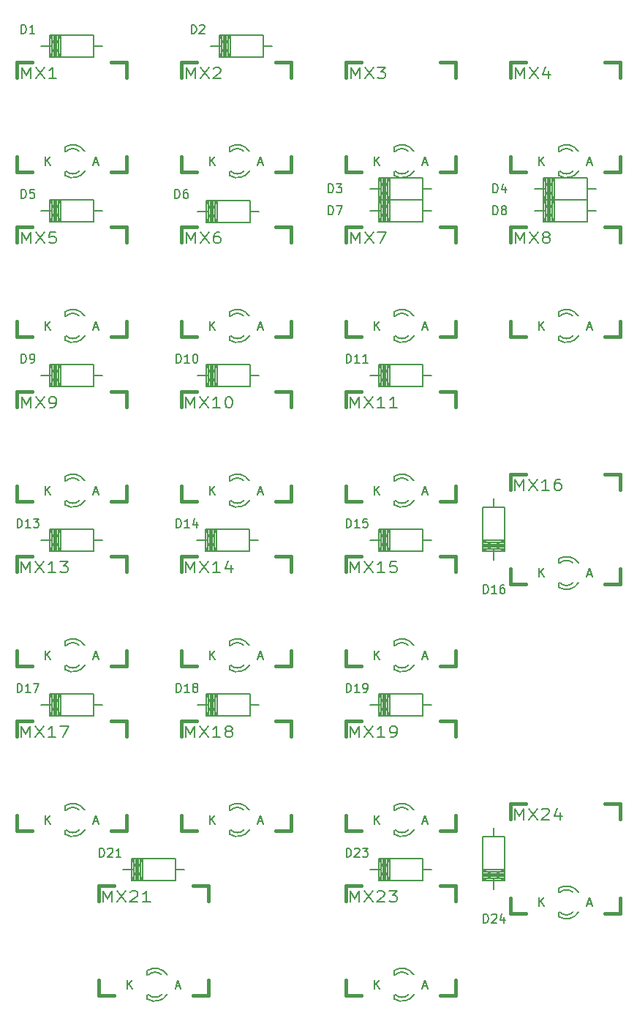
<source format=gto>
G04 #@! TF.FileFunction,Legend,Top*
%FSLAX46Y46*%
G04 Gerber Fmt 4.6, Leading zero omitted, Abs format (unit mm)*
G04 Created by KiCad (PCBNEW 4.0.2-stable) date Tuesday, March 29, 2016 'PMt' 06:01:04 PM*
%MOMM*%
G01*
G04 APERTURE LIST*
%ADD10C,0.100000*%
%ADD11C,0.150000*%
%ADD12C,0.381000*%
%ADD13C,0.203200*%
G04 APERTURE END LIST*
D10*
D11*
X61860000Y-24107460D02*
X62876000Y-24107460D01*
X57034000Y-24107460D02*
X55764000Y-24107460D01*
X57288000Y-22837460D02*
X57288000Y-25377460D01*
X57542000Y-22837460D02*
X57542000Y-25377460D01*
X57796000Y-22837460D02*
X57796000Y-25377460D01*
X57034000Y-22837460D02*
X57034000Y-25377460D01*
X58050000Y-22837460D02*
X56780000Y-25377460D01*
X56780000Y-22837460D02*
X58050000Y-25377460D01*
X58050000Y-22837460D02*
X58050000Y-25377460D01*
X57415000Y-22837460D02*
X57415000Y-25377460D01*
X56780000Y-25377460D02*
X56780000Y-22837460D01*
X56780000Y-22837460D02*
X61860000Y-22837460D01*
X61860000Y-22837460D02*
X61860000Y-25377460D01*
X61860000Y-25377460D02*
X56780000Y-25377460D01*
X81545000Y-24107460D02*
X82561000Y-24107460D01*
X76719000Y-24107460D02*
X75449000Y-24107460D01*
X76973000Y-22837460D02*
X76973000Y-25377460D01*
X77227000Y-22837460D02*
X77227000Y-25377460D01*
X77481000Y-22837460D02*
X77481000Y-25377460D01*
X76719000Y-22837460D02*
X76719000Y-25377460D01*
X77735000Y-22837460D02*
X76465000Y-25377460D01*
X76465000Y-22837460D02*
X77735000Y-25377460D01*
X77735000Y-22837460D02*
X77735000Y-25377460D01*
X77100000Y-22837460D02*
X77100000Y-25377460D01*
X76465000Y-25377460D02*
X76465000Y-22837460D01*
X76465000Y-22837460D02*
X81545000Y-22837460D01*
X81545000Y-22837460D02*
X81545000Y-25377460D01*
X81545000Y-25377460D02*
X76465000Y-25377460D01*
X99960000Y-40617460D02*
X100976000Y-40617460D01*
X95134000Y-40617460D02*
X93864000Y-40617460D01*
X95388000Y-39347460D02*
X95388000Y-41887460D01*
X95642000Y-39347460D02*
X95642000Y-41887460D01*
X95896000Y-39347460D02*
X95896000Y-41887460D01*
X95134000Y-39347460D02*
X95134000Y-41887460D01*
X96150000Y-39347460D02*
X94880000Y-41887460D01*
X94880000Y-39347460D02*
X96150000Y-41887460D01*
X96150000Y-39347460D02*
X96150000Y-41887460D01*
X95515000Y-39347460D02*
X95515000Y-41887460D01*
X94880000Y-41887460D02*
X94880000Y-39347460D01*
X94880000Y-39347460D02*
X99960000Y-39347460D01*
X99960000Y-39347460D02*
X99960000Y-41887460D01*
X99960000Y-41887460D02*
X94880000Y-41887460D01*
X119010000Y-40617460D02*
X120026000Y-40617460D01*
X114184000Y-40617460D02*
X112914000Y-40617460D01*
X114438000Y-39347460D02*
X114438000Y-41887460D01*
X114692000Y-39347460D02*
X114692000Y-41887460D01*
X114946000Y-39347460D02*
X114946000Y-41887460D01*
X114184000Y-39347460D02*
X114184000Y-41887460D01*
X115200000Y-39347460D02*
X113930000Y-41887460D01*
X113930000Y-39347460D02*
X115200000Y-41887460D01*
X115200000Y-39347460D02*
X115200000Y-41887460D01*
X114565000Y-39347460D02*
X114565000Y-41887460D01*
X113930000Y-41887460D02*
X113930000Y-39347460D01*
X113930000Y-39347460D02*
X119010000Y-39347460D01*
X119010000Y-39347460D02*
X119010000Y-41887460D01*
X119010000Y-41887460D02*
X113930000Y-41887460D01*
X61860000Y-43157460D02*
X62876000Y-43157460D01*
X57034000Y-43157460D02*
X55764000Y-43157460D01*
X57288000Y-41887460D02*
X57288000Y-44427460D01*
X57542000Y-41887460D02*
X57542000Y-44427460D01*
X57796000Y-41887460D02*
X57796000Y-44427460D01*
X57034000Y-41887460D02*
X57034000Y-44427460D01*
X58050000Y-41887460D02*
X56780000Y-44427460D01*
X56780000Y-41887460D02*
X58050000Y-44427460D01*
X58050000Y-41887460D02*
X58050000Y-44427460D01*
X57415000Y-41887460D02*
X57415000Y-44427460D01*
X56780000Y-44427460D02*
X56780000Y-41887460D01*
X56780000Y-41887460D02*
X61860000Y-41887460D01*
X61860000Y-41887460D02*
X61860000Y-44427460D01*
X61860000Y-44427460D02*
X56780000Y-44427460D01*
X80021000Y-43284460D02*
X81037000Y-43284460D01*
X75195000Y-43284460D02*
X73925000Y-43284460D01*
X75449000Y-42014460D02*
X75449000Y-44554460D01*
X75703000Y-42014460D02*
X75703000Y-44554460D01*
X75957000Y-42014460D02*
X75957000Y-44554460D01*
X75195000Y-42014460D02*
X75195000Y-44554460D01*
X76211000Y-42014460D02*
X74941000Y-44554460D01*
X74941000Y-42014460D02*
X76211000Y-44554460D01*
X76211000Y-42014460D02*
X76211000Y-44554460D01*
X75576000Y-42014460D02*
X75576000Y-44554460D01*
X74941000Y-44554460D02*
X74941000Y-42014460D01*
X74941000Y-42014460D02*
X80021000Y-42014460D01*
X80021000Y-42014460D02*
X80021000Y-44554460D01*
X80021000Y-44554460D02*
X74941000Y-44554460D01*
X99960000Y-43157460D02*
X100976000Y-43157460D01*
X95134000Y-43157460D02*
X93864000Y-43157460D01*
X95388000Y-41887460D02*
X95388000Y-44427460D01*
X95642000Y-41887460D02*
X95642000Y-44427460D01*
X95896000Y-41887460D02*
X95896000Y-44427460D01*
X95134000Y-41887460D02*
X95134000Y-44427460D01*
X96150000Y-41887460D02*
X94880000Y-44427460D01*
X94880000Y-41887460D02*
X96150000Y-44427460D01*
X96150000Y-41887460D02*
X96150000Y-44427460D01*
X95515000Y-41887460D02*
X95515000Y-44427460D01*
X94880000Y-44427460D02*
X94880000Y-41887460D01*
X94880000Y-41887460D02*
X99960000Y-41887460D01*
X99960000Y-41887460D02*
X99960000Y-44427460D01*
X99960000Y-44427460D02*
X94880000Y-44427460D01*
X119010000Y-43157460D02*
X120026000Y-43157460D01*
X114184000Y-43157460D02*
X112914000Y-43157460D01*
X114438000Y-41887460D02*
X114438000Y-44427460D01*
X114692000Y-41887460D02*
X114692000Y-44427460D01*
X114946000Y-41887460D02*
X114946000Y-44427460D01*
X114184000Y-41887460D02*
X114184000Y-44427460D01*
X115200000Y-41887460D02*
X113930000Y-44427460D01*
X113930000Y-41887460D02*
X115200000Y-44427460D01*
X115200000Y-41887460D02*
X115200000Y-44427460D01*
X114565000Y-41887460D02*
X114565000Y-44427460D01*
X113930000Y-44427460D02*
X113930000Y-41887460D01*
X113930000Y-41887460D02*
X119010000Y-41887460D01*
X119010000Y-41887460D02*
X119010000Y-44427460D01*
X119010000Y-44427460D02*
X113930000Y-44427460D01*
X61860000Y-62207460D02*
X62876000Y-62207460D01*
X57034000Y-62207460D02*
X55764000Y-62207460D01*
X57288000Y-60937460D02*
X57288000Y-63477460D01*
X57542000Y-60937460D02*
X57542000Y-63477460D01*
X57796000Y-60937460D02*
X57796000Y-63477460D01*
X57034000Y-60937460D02*
X57034000Y-63477460D01*
X58050000Y-60937460D02*
X56780000Y-63477460D01*
X56780000Y-60937460D02*
X58050000Y-63477460D01*
X58050000Y-60937460D02*
X58050000Y-63477460D01*
X57415000Y-60937460D02*
X57415000Y-63477460D01*
X56780000Y-63477460D02*
X56780000Y-60937460D01*
X56780000Y-60937460D02*
X61860000Y-60937460D01*
X61860000Y-60937460D02*
X61860000Y-63477460D01*
X61860000Y-63477460D02*
X56780000Y-63477460D01*
X80021000Y-62207460D02*
X81037000Y-62207460D01*
X75195000Y-62207460D02*
X73925000Y-62207460D01*
X75449000Y-60937460D02*
X75449000Y-63477460D01*
X75703000Y-60937460D02*
X75703000Y-63477460D01*
X75957000Y-60937460D02*
X75957000Y-63477460D01*
X75195000Y-60937460D02*
X75195000Y-63477460D01*
X76211000Y-60937460D02*
X74941000Y-63477460D01*
X74941000Y-60937460D02*
X76211000Y-63477460D01*
X76211000Y-60937460D02*
X76211000Y-63477460D01*
X75576000Y-60937460D02*
X75576000Y-63477460D01*
X74941000Y-63477460D02*
X74941000Y-60937460D01*
X74941000Y-60937460D02*
X80021000Y-60937460D01*
X80021000Y-60937460D02*
X80021000Y-63477460D01*
X80021000Y-63477460D02*
X74941000Y-63477460D01*
X99960000Y-62207460D02*
X100976000Y-62207460D01*
X95134000Y-62207460D02*
X93864000Y-62207460D01*
X95388000Y-60937460D02*
X95388000Y-63477460D01*
X95642000Y-60937460D02*
X95642000Y-63477460D01*
X95896000Y-60937460D02*
X95896000Y-63477460D01*
X95134000Y-60937460D02*
X95134000Y-63477460D01*
X96150000Y-60937460D02*
X94880000Y-63477460D01*
X94880000Y-60937460D02*
X96150000Y-63477460D01*
X96150000Y-60937460D02*
X96150000Y-63477460D01*
X95515000Y-60937460D02*
X95515000Y-63477460D01*
X94880000Y-63477460D02*
X94880000Y-60937460D01*
X94880000Y-60937460D02*
X99960000Y-60937460D01*
X99960000Y-60937460D02*
X99960000Y-63477460D01*
X99960000Y-63477460D02*
X94880000Y-63477460D01*
X61860000Y-81257460D02*
X62876000Y-81257460D01*
X57034000Y-81257460D02*
X55764000Y-81257460D01*
X57288000Y-79987460D02*
X57288000Y-82527460D01*
X57542000Y-79987460D02*
X57542000Y-82527460D01*
X57796000Y-79987460D02*
X57796000Y-82527460D01*
X57034000Y-79987460D02*
X57034000Y-82527460D01*
X58050000Y-79987460D02*
X56780000Y-82527460D01*
X56780000Y-79987460D02*
X58050000Y-82527460D01*
X58050000Y-79987460D02*
X58050000Y-82527460D01*
X57415000Y-79987460D02*
X57415000Y-82527460D01*
X56780000Y-82527460D02*
X56780000Y-79987460D01*
X56780000Y-79987460D02*
X61860000Y-79987460D01*
X61860000Y-79987460D02*
X61860000Y-82527460D01*
X61860000Y-82527460D02*
X56780000Y-82527460D01*
X79894000Y-81257460D02*
X80910000Y-81257460D01*
X75068000Y-81257460D02*
X73798000Y-81257460D01*
X75322000Y-79987460D02*
X75322000Y-82527460D01*
X75576000Y-79987460D02*
X75576000Y-82527460D01*
X75830000Y-79987460D02*
X75830000Y-82527460D01*
X75068000Y-79987460D02*
X75068000Y-82527460D01*
X76084000Y-79987460D02*
X74814000Y-82527460D01*
X74814000Y-79987460D02*
X76084000Y-82527460D01*
X76084000Y-79987460D02*
X76084000Y-82527460D01*
X75449000Y-79987460D02*
X75449000Y-82527460D01*
X74814000Y-82527460D02*
X74814000Y-79987460D01*
X74814000Y-79987460D02*
X79894000Y-79987460D01*
X79894000Y-79987460D02*
X79894000Y-82527460D01*
X79894000Y-82527460D02*
X74814000Y-82527460D01*
X99960000Y-81257460D02*
X100976000Y-81257460D01*
X95134000Y-81257460D02*
X93864000Y-81257460D01*
X95388000Y-79987460D02*
X95388000Y-82527460D01*
X95642000Y-79987460D02*
X95642000Y-82527460D01*
X95896000Y-79987460D02*
X95896000Y-82527460D01*
X95134000Y-79987460D02*
X95134000Y-82527460D01*
X96150000Y-79987460D02*
X94880000Y-82527460D01*
X94880000Y-79987460D02*
X96150000Y-82527460D01*
X96150000Y-79987460D02*
X96150000Y-82527460D01*
X95515000Y-79987460D02*
X95515000Y-82527460D01*
X94880000Y-82527460D02*
X94880000Y-79987460D01*
X94880000Y-79987460D02*
X99960000Y-79987460D01*
X99960000Y-79987460D02*
X99960000Y-82527460D01*
X99960000Y-82527460D02*
X94880000Y-82527460D01*
X108212460Y-77450000D02*
X108212460Y-76434000D01*
X108212460Y-82276000D02*
X108212460Y-83546000D01*
X106942460Y-82022000D02*
X109482460Y-82022000D01*
X106942460Y-81768000D02*
X109482460Y-81768000D01*
X106942460Y-81514000D02*
X109482460Y-81514000D01*
X106942460Y-82276000D02*
X109482460Y-82276000D01*
X106942460Y-81260000D02*
X109482460Y-82530000D01*
X106942460Y-82530000D02*
X109482460Y-81260000D01*
X106942460Y-81260000D02*
X109482460Y-81260000D01*
X106942460Y-81895000D02*
X109482460Y-81895000D01*
X109482460Y-82530000D02*
X106942460Y-82530000D01*
X106942460Y-82530000D02*
X106942460Y-77450000D01*
X106942460Y-77450000D02*
X109482460Y-77450000D01*
X109482460Y-77450000D02*
X109482460Y-82530000D01*
X61860000Y-100307460D02*
X62876000Y-100307460D01*
X57034000Y-100307460D02*
X55764000Y-100307460D01*
X57288000Y-99037460D02*
X57288000Y-101577460D01*
X57542000Y-99037460D02*
X57542000Y-101577460D01*
X57796000Y-99037460D02*
X57796000Y-101577460D01*
X57034000Y-99037460D02*
X57034000Y-101577460D01*
X58050000Y-99037460D02*
X56780000Y-101577460D01*
X56780000Y-99037460D02*
X58050000Y-101577460D01*
X58050000Y-99037460D02*
X58050000Y-101577460D01*
X57415000Y-99037460D02*
X57415000Y-101577460D01*
X56780000Y-101577460D02*
X56780000Y-99037460D01*
X56780000Y-99037460D02*
X61860000Y-99037460D01*
X61860000Y-99037460D02*
X61860000Y-101577460D01*
X61860000Y-101577460D02*
X56780000Y-101577460D01*
X80021000Y-100307460D02*
X81037000Y-100307460D01*
X75195000Y-100307460D02*
X73925000Y-100307460D01*
X75449000Y-99037460D02*
X75449000Y-101577460D01*
X75703000Y-99037460D02*
X75703000Y-101577460D01*
X75957000Y-99037460D02*
X75957000Y-101577460D01*
X75195000Y-99037460D02*
X75195000Y-101577460D01*
X76211000Y-99037460D02*
X74941000Y-101577460D01*
X74941000Y-99037460D02*
X76211000Y-101577460D01*
X76211000Y-99037460D02*
X76211000Y-101577460D01*
X75576000Y-99037460D02*
X75576000Y-101577460D01*
X74941000Y-101577460D02*
X74941000Y-99037460D01*
X74941000Y-99037460D02*
X80021000Y-99037460D01*
X80021000Y-99037460D02*
X80021000Y-101577460D01*
X80021000Y-101577460D02*
X74941000Y-101577460D01*
X99960000Y-100307460D02*
X100976000Y-100307460D01*
X95134000Y-100307460D02*
X93864000Y-100307460D01*
X95388000Y-99037460D02*
X95388000Y-101577460D01*
X95642000Y-99037460D02*
X95642000Y-101577460D01*
X95896000Y-99037460D02*
X95896000Y-101577460D01*
X95134000Y-99037460D02*
X95134000Y-101577460D01*
X96150000Y-99037460D02*
X94880000Y-101577460D01*
X94880000Y-99037460D02*
X96150000Y-101577460D01*
X96150000Y-99037460D02*
X96150000Y-101577460D01*
X95515000Y-99037460D02*
X95515000Y-101577460D01*
X94880000Y-101577460D02*
X94880000Y-99037460D01*
X94880000Y-99037460D02*
X99960000Y-99037460D01*
X99960000Y-99037460D02*
X99960000Y-101577460D01*
X99960000Y-101577460D02*
X94880000Y-101577460D01*
X71385000Y-119357460D02*
X72401000Y-119357460D01*
X66559000Y-119357460D02*
X65289000Y-119357460D01*
X66813000Y-118087460D02*
X66813000Y-120627460D01*
X67067000Y-118087460D02*
X67067000Y-120627460D01*
X67321000Y-118087460D02*
X67321000Y-120627460D01*
X66559000Y-118087460D02*
X66559000Y-120627460D01*
X67575000Y-118087460D02*
X66305000Y-120627460D01*
X66305000Y-118087460D02*
X67575000Y-120627460D01*
X67575000Y-118087460D02*
X67575000Y-120627460D01*
X66940000Y-118087460D02*
X66940000Y-120627460D01*
X66305000Y-120627460D02*
X66305000Y-118087460D01*
X66305000Y-118087460D02*
X71385000Y-118087460D01*
X71385000Y-118087460D02*
X71385000Y-120627460D01*
X71385000Y-120627460D02*
X66305000Y-120627460D01*
X99960000Y-119357460D02*
X100976000Y-119357460D01*
X95134000Y-119357460D02*
X93864000Y-119357460D01*
X95388000Y-118087460D02*
X95388000Y-120627460D01*
X95642000Y-118087460D02*
X95642000Y-120627460D01*
X95896000Y-118087460D02*
X95896000Y-120627460D01*
X95134000Y-118087460D02*
X95134000Y-120627460D01*
X96150000Y-118087460D02*
X94880000Y-120627460D01*
X94880000Y-118087460D02*
X96150000Y-120627460D01*
X96150000Y-118087460D02*
X96150000Y-120627460D01*
X95515000Y-118087460D02*
X95515000Y-120627460D01*
X94880000Y-120627460D02*
X94880000Y-118087460D01*
X94880000Y-118087460D02*
X99960000Y-118087460D01*
X99960000Y-118087460D02*
X99960000Y-120627460D01*
X99960000Y-120627460D02*
X94880000Y-120627460D01*
X108212460Y-115550000D02*
X108212460Y-114534000D01*
X108212460Y-120376000D02*
X108212460Y-121646000D01*
X106942460Y-120122000D02*
X109482460Y-120122000D01*
X106942460Y-119868000D02*
X109482460Y-119868000D01*
X106942460Y-119614000D02*
X109482460Y-119614000D01*
X106942460Y-120376000D02*
X109482460Y-120376000D01*
X106942460Y-119360000D02*
X109482460Y-120630000D01*
X106942460Y-120630000D02*
X109482460Y-119360000D01*
X106942460Y-119360000D02*
X109482460Y-119360000D01*
X106942460Y-119995000D02*
X109482460Y-119995000D01*
X109482460Y-120630000D02*
X106942460Y-120630000D01*
X106942460Y-120630000D02*
X106942460Y-115550000D01*
X106942460Y-115550000D02*
X109482460Y-115550000D01*
X109482460Y-115550000D02*
X109482460Y-120630000D01*
X115708000Y-124821000D02*
X115708000Y-124440000D01*
X115708000Y-124440000D02*
X115708000Y-124313000D01*
X115708000Y-121519000D02*
X115708000Y-122027000D01*
X115708000Y-124821000D02*
G75*
G03X117994000Y-124313000I889000J1397000D01*
G01*
X117994000Y-122027000D02*
G75*
G03X115708000Y-121519000I-1397000J-889000D01*
G01*
X115835000Y-124313000D02*
G75*
G03X117359000Y-124313000I762000J762000D01*
G01*
X117359000Y-122027000D02*
G75*
G03X115835000Y-122027000I-762000J-762000D01*
G01*
D12*
X110120000Y-111740000D02*
X111898000Y-111740000D01*
X121042000Y-111740000D02*
X122820000Y-111740000D01*
X122820000Y-111740000D02*
X122820000Y-113518000D01*
X122820000Y-122662000D02*
X122820000Y-124440000D01*
X122820000Y-124440000D02*
X121042000Y-124440000D01*
X111898000Y-124440000D02*
X110120000Y-124440000D01*
X110120000Y-124440000D02*
X110120000Y-122662000D01*
X110120000Y-113518000D02*
X110120000Y-111740000D01*
D11*
X115708000Y-86721000D02*
X115708000Y-86340000D01*
X115708000Y-86340000D02*
X115708000Y-86213000D01*
X115708000Y-83419000D02*
X115708000Y-83927000D01*
X115708000Y-86721000D02*
G75*
G03X117994000Y-86213000I889000J1397000D01*
G01*
X117994000Y-83927000D02*
G75*
G03X115708000Y-83419000I-1397000J-889000D01*
G01*
X115835000Y-86213000D02*
G75*
G03X117359000Y-86213000I762000J762000D01*
G01*
X117359000Y-83927000D02*
G75*
G03X115835000Y-83927000I-762000J-762000D01*
G01*
D12*
X110120000Y-73640000D02*
X111898000Y-73640000D01*
X121042000Y-73640000D02*
X122820000Y-73640000D01*
X122820000Y-73640000D02*
X122820000Y-75418000D01*
X122820000Y-84562000D02*
X122820000Y-86340000D01*
X122820000Y-86340000D02*
X121042000Y-86340000D01*
X111898000Y-86340000D02*
X110120000Y-86340000D01*
X110120000Y-86340000D02*
X110120000Y-84562000D01*
X110120000Y-75418000D02*
X110120000Y-73640000D01*
D11*
X96658000Y-115296000D02*
X96658000Y-114915000D01*
X96658000Y-114915000D02*
X96658000Y-114788000D01*
X96658000Y-111994000D02*
X96658000Y-112502000D01*
X96658000Y-115296000D02*
G75*
G03X98944000Y-114788000I889000J1397000D01*
G01*
X98944000Y-112502000D02*
G75*
G03X96658000Y-111994000I-1397000J-889000D01*
G01*
X96785000Y-114788000D02*
G75*
G03X98309000Y-114788000I762000J762000D01*
G01*
X98309000Y-112502000D02*
G75*
G03X96785000Y-112502000I-762000J-762000D01*
G01*
D12*
X91070000Y-102215000D02*
X92848000Y-102215000D01*
X101992000Y-102215000D02*
X103770000Y-102215000D01*
X103770000Y-102215000D02*
X103770000Y-103993000D01*
X103770000Y-113137000D02*
X103770000Y-114915000D01*
X103770000Y-114915000D02*
X101992000Y-114915000D01*
X92848000Y-114915000D02*
X91070000Y-114915000D01*
X91070000Y-114915000D02*
X91070000Y-113137000D01*
X91070000Y-103993000D02*
X91070000Y-102215000D01*
D11*
X96658000Y-134346000D02*
X96658000Y-133965000D01*
X96658000Y-133965000D02*
X96658000Y-133838000D01*
X96658000Y-131044000D02*
X96658000Y-131552000D01*
X96658000Y-134346000D02*
G75*
G03X98944000Y-133838000I889000J1397000D01*
G01*
X98944000Y-131552000D02*
G75*
G03X96658000Y-131044000I-1397000J-889000D01*
G01*
X96785000Y-133838000D02*
G75*
G03X98309000Y-133838000I762000J762000D01*
G01*
X98309000Y-131552000D02*
G75*
G03X96785000Y-131552000I-762000J-762000D01*
G01*
D12*
X91070000Y-121265000D02*
X92848000Y-121265000D01*
X101992000Y-121265000D02*
X103770000Y-121265000D01*
X103770000Y-121265000D02*
X103770000Y-123043000D01*
X103770000Y-132187000D02*
X103770000Y-133965000D01*
X103770000Y-133965000D02*
X101992000Y-133965000D01*
X92848000Y-133965000D02*
X91070000Y-133965000D01*
X91070000Y-133965000D02*
X91070000Y-132187000D01*
X91070000Y-123043000D02*
X91070000Y-121265000D01*
D11*
X77608000Y-115296000D02*
X77608000Y-114915000D01*
X77608000Y-114915000D02*
X77608000Y-114788000D01*
X77608000Y-111994000D02*
X77608000Y-112502000D01*
X77608000Y-115296000D02*
G75*
G03X79894000Y-114788000I889000J1397000D01*
G01*
X79894000Y-112502000D02*
G75*
G03X77608000Y-111994000I-1397000J-889000D01*
G01*
X77735000Y-114788000D02*
G75*
G03X79259000Y-114788000I762000J762000D01*
G01*
X79259000Y-112502000D02*
G75*
G03X77735000Y-112502000I-762000J-762000D01*
G01*
D12*
X72020000Y-102215000D02*
X73798000Y-102215000D01*
X82942000Y-102215000D02*
X84720000Y-102215000D01*
X84720000Y-102215000D02*
X84720000Y-103993000D01*
X84720000Y-113137000D02*
X84720000Y-114915000D01*
X84720000Y-114915000D02*
X82942000Y-114915000D01*
X73798000Y-114915000D02*
X72020000Y-114915000D01*
X72020000Y-114915000D02*
X72020000Y-113137000D01*
X72020000Y-103993000D02*
X72020000Y-102215000D01*
D11*
X58558000Y-115296000D02*
X58558000Y-114915000D01*
X58558000Y-114915000D02*
X58558000Y-114788000D01*
X58558000Y-111994000D02*
X58558000Y-112502000D01*
X58558000Y-115296000D02*
G75*
G03X60844000Y-114788000I889000J1397000D01*
G01*
X60844000Y-112502000D02*
G75*
G03X58558000Y-111994000I-1397000J-889000D01*
G01*
X58685000Y-114788000D02*
G75*
G03X60209000Y-114788000I762000J762000D01*
G01*
X60209000Y-112502000D02*
G75*
G03X58685000Y-112502000I-762000J-762000D01*
G01*
D12*
X52970000Y-102215000D02*
X54748000Y-102215000D01*
X63892000Y-102215000D02*
X65670000Y-102215000D01*
X65670000Y-102215000D02*
X65670000Y-103993000D01*
X65670000Y-113137000D02*
X65670000Y-114915000D01*
X65670000Y-114915000D02*
X63892000Y-114915000D01*
X54748000Y-114915000D02*
X52970000Y-114915000D01*
X52970000Y-114915000D02*
X52970000Y-113137000D01*
X52970000Y-103993000D02*
X52970000Y-102215000D01*
D11*
X96658000Y-96246000D02*
X96658000Y-95865000D01*
X96658000Y-95865000D02*
X96658000Y-95738000D01*
X96658000Y-92944000D02*
X96658000Y-93452000D01*
X96658000Y-96246000D02*
G75*
G03X98944000Y-95738000I889000J1397000D01*
G01*
X98944000Y-93452000D02*
G75*
G03X96658000Y-92944000I-1397000J-889000D01*
G01*
X96785000Y-95738000D02*
G75*
G03X98309000Y-95738000I762000J762000D01*
G01*
X98309000Y-93452000D02*
G75*
G03X96785000Y-93452000I-762000J-762000D01*
G01*
D12*
X91070000Y-83165000D02*
X92848000Y-83165000D01*
X101992000Y-83165000D02*
X103770000Y-83165000D01*
X103770000Y-83165000D02*
X103770000Y-84943000D01*
X103770000Y-94087000D02*
X103770000Y-95865000D01*
X103770000Y-95865000D02*
X101992000Y-95865000D01*
X92848000Y-95865000D02*
X91070000Y-95865000D01*
X91070000Y-95865000D02*
X91070000Y-94087000D01*
X91070000Y-84943000D02*
X91070000Y-83165000D01*
D11*
X77608000Y-96246000D02*
X77608000Y-95865000D01*
X77608000Y-95865000D02*
X77608000Y-95738000D01*
X77608000Y-92944000D02*
X77608000Y-93452000D01*
X77608000Y-96246000D02*
G75*
G03X79894000Y-95738000I889000J1397000D01*
G01*
X79894000Y-93452000D02*
G75*
G03X77608000Y-92944000I-1397000J-889000D01*
G01*
X77735000Y-95738000D02*
G75*
G03X79259000Y-95738000I762000J762000D01*
G01*
X79259000Y-93452000D02*
G75*
G03X77735000Y-93452000I-762000J-762000D01*
G01*
D12*
X72020000Y-83165000D02*
X73798000Y-83165000D01*
X82942000Y-83165000D02*
X84720000Y-83165000D01*
X84720000Y-83165000D02*
X84720000Y-84943000D01*
X84720000Y-94087000D02*
X84720000Y-95865000D01*
X84720000Y-95865000D02*
X82942000Y-95865000D01*
X73798000Y-95865000D02*
X72020000Y-95865000D01*
X72020000Y-95865000D02*
X72020000Y-94087000D01*
X72020000Y-84943000D02*
X72020000Y-83165000D01*
D11*
X58558000Y-96246000D02*
X58558000Y-95865000D01*
X58558000Y-95865000D02*
X58558000Y-95738000D01*
X58558000Y-92944000D02*
X58558000Y-93452000D01*
X58558000Y-96246000D02*
G75*
G03X60844000Y-95738000I889000J1397000D01*
G01*
X60844000Y-93452000D02*
G75*
G03X58558000Y-92944000I-1397000J-889000D01*
G01*
X58685000Y-95738000D02*
G75*
G03X60209000Y-95738000I762000J762000D01*
G01*
X60209000Y-93452000D02*
G75*
G03X58685000Y-93452000I-762000J-762000D01*
G01*
D12*
X52970000Y-83165000D02*
X54748000Y-83165000D01*
X63892000Y-83165000D02*
X65670000Y-83165000D01*
X65670000Y-83165000D02*
X65670000Y-84943000D01*
X65670000Y-94087000D02*
X65670000Y-95865000D01*
X65670000Y-95865000D02*
X63892000Y-95865000D01*
X54748000Y-95865000D02*
X52970000Y-95865000D01*
X52970000Y-95865000D02*
X52970000Y-94087000D01*
X52970000Y-84943000D02*
X52970000Y-83165000D01*
D11*
X96658000Y-77196000D02*
X96658000Y-76815000D01*
X96658000Y-76815000D02*
X96658000Y-76688000D01*
X96658000Y-73894000D02*
X96658000Y-74402000D01*
X96658000Y-77196000D02*
G75*
G03X98944000Y-76688000I889000J1397000D01*
G01*
X98944000Y-74402000D02*
G75*
G03X96658000Y-73894000I-1397000J-889000D01*
G01*
X96785000Y-76688000D02*
G75*
G03X98309000Y-76688000I762000J762000D01*
G01*
X98309000Y-74402000D02*
G75*
G03X96785000Y-74402000I-762000J-762000D01*
G01*
D12*
X91070000Y-64115000D02*
X92848000Y-64115000D01*
X101992000Y-64115000D02*
X103770000Y-64115000D01*
X103770000Y-64115000D02*
X103770000Y-65893000D01*
X103770000Y-75037000D02*
X103770000Y-76815000D01*
X103770000Y-76815000D02*
X101992000Y-76815000D01*
X92848000Y-76815000D02*
X91070000Y-76815000D01*
X91070000Y-76815000D02*
X91070000Y-75037000D01*
X91070000Y-65893000D02*
X91070000Y-64115000D01*
D11*
X77608000Y-77196000D02*
X77608000Y-76815000D01*
X77608000Y-76815000D02*
X77608000Y-76688000D01*
X77608000Y-73894000D02*
X77608000Y-74402000D01*
X77608000Y-77196000D02*
G75*
G03X79894000Y-76688000I889000J1397000D01*
G01*
X79894000Y-74402000D02*
G75*
G03X77608000Y-73894000I-1397000J-889000D01*
G01*
X77735000Y-76688000D02*
G75*
G03X79259000Y-76688000I762000J762000D01*
G01*
X79259000Y-74402000D02*
G75*
G03X77735000Y-74402000I-762000J-762000D01*
G01*
D12*
X72020000Y-64115000D02*
X73798000Y-64115000D01*
X82942000Y-64115000D02*
X84720000Y-64115000D01*
X84720000Y-64115000D02*
X84720000Y-65893000D01*
X84720000Y-75037000D02*
X84720000Y-76815000D01*
X84720000Y-76815000D02*
X82942000Y-76815000D01*
X73798000Y-76815000D02*
X72020000Y-76815000D01*
X72020000Y-76815000D02*
X72020000Y-75037000D01*
X72020000Y-65893000D02*
X72020000Y-64115000D01*
D11*
X58558000Y-77196000D02*
X58558000Y-76815000D01*
X58558000Y-76815000D02*
X58558000Y-76688000D01*
X58558000Y-73894000D02*
X58558000Y-74402000D01*
X58558000Y-77196000D02*
G75*
G03X60844000Y-76688000I889000J1397000D01*
G01*
X60844000Y-74402000D02*
G75*
G03X58558000Y-73894000I-1397000J-889000D01*
G01*
X58685000Y-76688000D02*
G75*
G03X60209000Y-76688000I762000J762000D01*
G01*
X60209000Y-74402000D02*
G75*
G03X58685000Y-74402000I-762000J-762000D01*
G01*
D12*
X52970000Y-64115000D02*
X54748000Y-64115000D01*
X63892000Y-64115000D02*
X65670000Y-64115000D01*
X65670000Y-64115000D02*
X65670000Y-65893000D01*
X65670000Y-75037000D02*
X65670000Y-76815000D01*
X65670000Y-76815000D02*
X63892000Y-76815000D01*
X54748000Y-76815000D02*
X52970000Y-76815000D01*
X52970000Y-76815000D02*
X52970000Y-75037000D01*
X52970000Y-65893000D02*
X52970000Y-64115000D01*
D11*
X115708000Y-58146000D02*
X115708000Y-57765000D01*
X115708000Y-57765000D02*
X115708000Y-57638000D01*
X115708000Y-54844000D02*
X115708000Y-55352000D01*
X115708000Y-58146000D02*
G75*
G03X117994000Y-57638000I889000J1397000D01*
G01*
X117994000Y-55352000D02*
G75*
G03X115708000Y-54844000I-1397000J-889000D01*
G01*
X115835000Y-57638000D02*
G75*
G03X117359000Y-57638000I762000J762000D01*
G01*
X117359000Y-55352000D02*
G75*
G03X115835000Y-55352000I-762000J-762000D01*
G01*
D12*
X110120000Y-45065000D02*
X111898000Y-45065000D01*
X121042000Y-45065000D02*
X122820000Y-45065000D01*
X122820000Y-45065000D02*
X122820000Y-46843000D01*
X122820000Y-55987000D02*
X122820000Y-57765000D01*
X122820000Y-57765000D02*
X121042000Y-57765000D01*
X111898000Y-57765000D02*
X110120000Y-57765000D01*
X110120000Y-57765000D02*
X110120000Y-55987000D01*
X110120000Y-46843000D02*
X110120000Y-45065000D01*
D11*
X96658000Y-58146000D02*
X96658000Y-57765000D01*
X96658000Y-57765000D02*
X96658000Y-57638000D01*
X96658000Y-54844000D02*
X96658000Y-55352000D01*
X96658000Y-58146000D02*
G75*
G03X98944000Y-57638000I889000J1397000D01*
G01*
X98944000Y-55352000D02*
G75*
G03X96658000Y-54844000I-1397000J-889000D01*
G01*
X96785000Y-57638000D02*
G75*
G03X98309000Y-57638000I762000J762000D01*
G01*
X98309000Y-55352000D02*
G75*
G03X96785000Y-55352000I-762000J-762000D01*
G01*
D12*
X91070000Y-45065000D02*
X92848000Y-45065000D01*
X101992000Y-45065000D02*
X103770000Y-45065000D01*
X103770000Y-45065000D02*
X103770000Y-46843000D01*
X103770000Y-55987000D02*
X103770000Y-57765000D01*
X103770000Y-57765000D02*
X101992000Y-57765000D01*
X92848000Y-57765000D02*
X91070000Y-57765000D01*
X91070000Y-57765000D02*
X91070000Y-55987000D01*
X91070000Y-46843000D02*
X91070000Y-45065000D01*
D11*
X58558000Y-58146000D02*
X58558000Y-57765000D01*
X58558000Y-57765000D02*
X58558000Y-57638000D01*
X58558000Y-54844000D02*
X58558000Y-55352000D01*
X58558000Y-58146000D02*
G75*
G03X60844000Y-57638000I889000J1397000D01*
G01*
X60844000Y-55352000D02*
G75*
G03X58558000Y-54844000I-1397000J-889000D01*
G01*
X58685000Y-57638000D02*
G75*
G03X60209000Y-57638000I762000J762000D01*
G01*
X60209000Y-55352000D02*
G75*
G03X58685000Y-55352000I-762000J-762000D01*
G01*
D12*
X52970000Y-45065000D02*
X54748000Y-45065000D01*
X63892000Y-45065000D02*
X65670000Y-45065000D01*
X65670000Y-45065000D02*
X65670000Y-46843000D01*
X65670000Y-55987000D02*
X65670000Y-57765000D01*
X65670000Y-57765000D02*
X63892000Y-57765000D01*
X54748000Y-57765000D02*
X52970000Y-57765000D01*
X52970000Y-57765000D02*
X52970000Y-55987000D01*
X52970000Y-46843000D02*
X52970000Y-45065000D01*
D11*
X115708000Y-39096000D02*
X115708000Y-38715000D01*
X115708000Y-38715000D02*
X115708000Y-38588000D01*
X115708000Y-35794000D02*
X115708000Y-36302000D01*
X115708000Y-39096000D02*
G75*
G03X117994000Y-38588000I889000J1397000D01*
G01*
X117994000Y-36302000D02*
G75*
G03X115708000Y-35794000I-1397000J-889000D01*
G01*
X115835000Y-38588000D02*
G75*
G03X117359000Y-38588000I762000J762000D01*
G01*
X117359000Y-36302000D02*
G75*
G03X115835000Y-36302000I-762000J-762000D01*
G01*
D12*
X110120000Y-26015000D02*
X111898000Y-26015000D01*
X121042000Y-26015000D02*
X122820000Y-26015000D01*
X122820000Y-26015000D02*
X122820000Y-27793000D01*
X122820000Y-36937000D02*
X122820000Y-38715000D01*
X122820000Y-38715000D02*
X121042000Y-38715000D01*
X111898000Y-38715000D02*
X110120000Y-38715000D01*
X110120000Y-38715000D02*
X110120000Y-36937000D01*
X110120000Y-27793000D02*
X110120000Y-26015000D01*
D11*
X96658000Y-39096000D02*
X96658000Y-38715000D01*
X96658000Y-38715000D02*
X96658000Y-38588000D01*
X96658000Y-35794000D02*
X96658000Y-36302000D01*
X96658000Y-39096000D02*
G75*
G03X98944000Y-38588000I889000J1397000D01*
G01*
X98944000Y-36302000D02*
G75*
G03X96658000Y-35794000I-1397000J-889000D01*
G01*
X96785000Y-38588000D02*
G75*
G03X98309000Y-38588000I762000J762000D01*
G01*
X98309000Y-36302000D02*
G75*
G03X96785000Y-36302000I-762000J-762000D01*
G01*
D12*
X91070000Y-26015000D02*
X92848000Y-26015000D01*
X101992000Y-26015000D02*
X103770000Y-26015000D01*
X103770000Y-26015000D02*
X103770000Y-27793000D01*
X103770000Y-36937000D02*
X103770000Y-38715000D01*
X103770000Y-38715000D02*
X101992000Y-38715000D01*
X92848000Y-38715000D02*
X91070000Y-38715000D01*
X91070000Y-38715000D02*
X91070000Y-36937000D01*
X91070000Y-27793000D02*
X91070000Y-26015000D01*
D11*
X77608000Y-39096000D02*
X77608000Y-38715000D01*
X77608000Y-38715000D02*
X77608000Y-38588000D01*
X77608000Y-35794000D02*
X77608000Y-36302000D01*
X77608000Y-39096000D02*
G75*
G03X79894000Y-38588000I889000J1397000D01*
G01*
X79894000Y-36302000D02*
G75*
G03X77608000Y-35794000I-1397000J-889000D01*
G01*
X77735000Y-38588000D02*
G75*
G03X79259000Y-38588000I762000J762000D01*
G01*
X79259000Y-36302000D02*
G75*
G03X77735000Y-36302000I-762000J-762000D01*
G01*
D12*
X72020000Y-26015000D02*
X73798000Y-26015000D01*
X82942000Y-26015000D02*
X84720000Y-26015000D01*
X84720000Y-26015000D02*
X84720000Y-27793000D01*
X84720000Y-36937000D02*
X84720000Y-38715000D01*
X84720000Y-38715000D02*
X82942000Y-38715000D01*
X73798000Y-38715000D02*
X72020000Y-38715000D01*
X72020000Y-38715000D02*
X72020000Y-36937000D01*
X72020000Y-27793000D02*
X72020000Y-26015000D01*
D11*
X58558000Y-39096000D02*
X58558000Y-38715000D01*
X58558000Y-38715000D02*
X58558000Y-38588000D01*
X58558000Y-35794000D02*
X58558000Y-36302000D01*
X58558000Y-39096000D02*
G75*
G03X60844000Y-38588000I889000J1397000D01*
G01*
X60844000Y-36302000D02*
G75*
G03X58558000Y-35794000I-1397000J-889000D01*
G01*
X58685000Y-38588000D02*
G75*
G03X60209000Y-38588000I762000J762000D01*
G01*
X60209000Y-36302000D02*
G75*
G03X58685000Y-36302000I-762000J-762000D01*
G01*
D12*
X52970000Y-26015000D02*
X54748000Y-26015000D01*
X63892000Y-26015000D02*
X65670000Y-26015000D01*
X65670000Y-26015000D02*
X65670000Y-27793000D01*
X65670000Y-36937000D02*
X65670000Y-38715000D01*
X65670000Y-38715000D02*
X63892000Y-38715000D01*
X54748000Y-38715000D02*
X52970000Y-38715000D01*
X52970000Y-38715000D02*
X52970000Y-36937000D01*
X52970000Y-27793000D02*
X52970000Y-26015000D01*
D11*
X77608000Y-58146000D02*
X77608000Y-57765000D01*
X77608000Y-57765000D02*
X77608000Y-57638000D01*
X77608000Y-54844000D02*
X77608000Y-55352000D01*
X77608000Y-58146000D02*
G75*
G03X79894000Y-57638000I889000J1397000D01*
G01*
X79894000Y-55352000D02*
G75*
G03X77608000Y-54844000I-1397000J-889000D01*
G01*
X77735000Y-57638000D02*
G75*
G03X79259000Y-57638000I762000J762000D01*
G01*
X79259000Y-55352000D02*
G75*
G03X77735000Y-55352000I-762000J-762000D01*
G01*
D12*
X72020000Y-45065000D02*
X73798000Y-45065000D01*
X82942000Y-45065000D02*
X84720000Y-45065000D01*
X84720000Y-45065000D02*
X84720000Y-46843000D01*
X84720000Y-55987000D02*
X84720000Y-57765000D01*
X84720000Y-57765000D02*
X82942000Y-57765000D01*
X73798000Y-57765000D02*
X72020000Y-57765000D01*
X72020000Y-57765000D02*
X72020000Y-55987000D01*
X72020000Y-46843000D02*
X72020000Y-45065000D01*
D11*
X68083000Y-134346000D02*
X68083000Y-133965000D01*
X68083000Y-133965000D02*
X68083000Y-133838000D01*
X68083000Y-131044000D02*
X68083000Y-131552000D01*
X68083000Y-134346000D02*
G75*
G03X70369000Y-133838000I889000J1397000D01*
G01*
X70369000Y-131552000D02*
G75*
G03X68083000Y-131044000I-1397000J-889000D01*
G01*
X68210000Y-133838000D02*
G75*
G03X69734000Y-133838000I762000J762000D01*
G01*
X69734000Y-131552000D02*
G75*
G03X68210000Y-131552000I-762000J-762000D01*
G01*
D12*
X62495000Y-121265000D02*
X64273000Y-121265000D01*
X73417000Y-121265000D02*
X75195000Y-121265000D01*
X75195000Y-121265000D02*
X75195000Y-123043000D01*
X75195000Y-132187000D02*
X75195000Y-133965000D01*
X75195000Y-133965000D02*
X73417000Y-133965000D01*
X64273000Y-133965000D02*
X62495000Y-133965000D01*
X62495000Y-133965000D02*
X62495000Y-132187000D01*
X62495000Y-123043000D02*
X62495000Y-121265000D01*
D11*
X53501905Y-22657381D02*
X53501905Y-21657381D01*
X53740000Y-21657381D01*
X53882858Y-21705000D01*
X53978096Y-21800238D01*
X54025715Y-21895476D01*
X54073334Y-22085952D01*
X54073334Y-22228810D01*
X54025715Y-22419286D01*
X53978096Y-22514524D01*
X53882858Y-22609762D01*
X53740000Y-22657381D01*
X53501905Y-22657381D01*
X55025715Y-22657381D02*
X54454286Y-22657381D01*
X54740000Y-22657381D02*
X54740000Y-21657381D01*
X54644762Y-21800238D01*
X54549524Y-21895476D01*
X54454286Y-21943095D01*
X73186905Y-22657381D02*
X73186905Y-21657381D01*
X73425000Y-21657381D01*
X73567858Y-21705000D01*
X73663096Y-21800238D01*
X73710715Y-21895476D01*
X73758334Y-22085952D01*
X73758334Y-22228810D01*
X73710715Y-22419286D01*
X73663096Y-22514524D01*
X73567858Y-22609762D01*
X73425000Y-22657381D01*
X73186905Y-22657381D01*
X74139286Y-21752619D02*
X74186905Y-21705000D01*
X74282143Y-21657381D01*
X74520239Y-21657381D01*
X74615477Y-21705000D01*
X74663096Y-21752619D01*
X74710715Y-21847857D01*
X74710715Y-21943095D01*
X74663096Y-22085952D01*
X74091667Y-22657381D01*
X74710715Y-22657381D01*
X89061905Y-41072381D02*
X89061905Y-40072381D01*
X89300000Y-40072381D01*
X89442858Y-40120000D01*
X89538096Y-40215238D01*
X89585715Y-40310476D01*
X89633334Y-40500952D01*
X89633334Y-40643810D01*
X89585715Y-40834286D01*
X89538096Y-40929524D01*
X89442858Y-41024762D01*
X89300000Y-41072381D01*
X89061905Y-41072381D01*
X89966667Y-40072381D02*
X90585715Y-40072381D01*
X90252381Y-40453333D01*
X90395239Y-40453333D01*
X90490477Y-40500952D01*
X90538096Y-40548571D01*
X90585715Y-40643810D01*
X90585715Y-40881905D01*
X90538096Y-40977143D01*
X90490477Y-41024762D01*
X90395239Y-41072381D01*
X90109524Y-41072381D01*
X90014286Y-41024762D01*
X89966667Y-40977143D01*
X108111905Y-41072381D02*
X108111905Y-40072381D01*
X108350000Y-40072381D01*
X108492858Y-40120000D01*
X108588096Y-40215238D01*
X108635715Y-40310476D01*
X108683334Y-40500952D01*
X108683334Y-40643810D01*
X108635715Y-40834286D01*
X108588096Y-40929524D01*
X108492858Y-41024762D01*
X108350000Y-41072381D01*
X108111905Y-41072381D01*
X109540477Y-40405714D02*
X109540477Y-41072381D01*
X109302381Y-40024762D02*
X109064286Y-40739048D01*
X109683334Y-40739048D01*
X53501905Y-41707381D02*
X53501905Y-40707381D01*
X53740000Y-40707381D01*
X53882858Y-40755000D01*
X53978096Y-40850238D01*
X54025715Y-40945476D01*
X54073334Y-41135952D01*
X54073334Y-41278810D01*
X54025715Y-41469286D01*
X53978096Y-41564524D01*
X53882858Y-41659762D01*
X53740000Y-41707381D01*
X53501905Y-41707381D01*
X54978096Y-40707381D02*
X54501905Y-40707381D01*
X54454286Y-41183571D01*
X54501905Y-41135952D01*
X54597143Y-41088333D01*
X54835239Y-41088333D01*
X54930477Y-41135952D01*
X54978096Y-41183571D01*
X55025715Y-41278810D01*
X55025715Y-41516905D01*
X54978096Y-41612143D01*
X54930477Y-41659762D01*
X54835239Y-41707381D01*
X54597143Y-41707381D01*
X54501905Y-41659762D01*
X54454286Y-41612143D01*
X71281905Y-41707381D02*
X71281905Y-40707381D01*
X71520000Y-40707381D01*
X71662858Y-40755000D01*
X71758096Y-40850238D01*
X71805715Y-40945476D01*
X71853334Y-41135952D01*
X71853334Y-41278810D01*
X71805715Y-41469286D01*
X71758096Y-41564524D01*
X71662858Y-41659762D01*
X71520000Y-41707381D01*
X71281905Y-41707381D01*
X72710477Y-40707381D02*
X72520000Y-40707381D01*
X72424762Y-40755000D01*
X72377143Y-40802619D01*
X72281905Y-40945476D01*
X72234286Y-41135952D01*
X72234286Y-41516905D01*
X72281905Y-41612143D01*
X72329524Y-41659762D01*
X72424762Y-41707381D01*
X72615239Y-41707381D01*
X72710477Y-41659762D01*
X72758096Y-41612143D01*
X72805715Y-41516905D01*
X72805715Y-41278810D01*
X72758096Y-41183571D01*
X72710477Y-41135952D01*
X72615239Y-41088333D01*
X72424762Y-41088333D01*
X72329524Y-41135952D01*
X72281905Y-41183571D01*
X72234286Y-41278810D01*
X89061905Y-43612381D02*
X89061905Y-42612381D01*
X89300000Y-42612381D01*
X89442858Y-42660000D01*
X89538096Y-42755238D01*
X89585715Y-42850476D01*
X89633334Y-43040952D01*
X89633334Y-43183810D01*
X89585715Y-43374286D01*
X89538096Y-43469524D01*
X89442858Y-43564762D01*
X89300000Y-43612381D01*
X89061905Y-43612381D01*
X89966667Y-42612381D02*
X90633334Y-42612381D01*
X90204762Y-43612381D01*
X108111905Y-43612381D02*
X108111905Y-42612381D01*
X108350000Y-42612381D01*
X108492858Y-42660000D01*
X108588096Y-42755238D01*
X108635715Y-42850476D01*
X108683334Y-43040952D01*
X108683334Y-43183810D01*
X108635715Y-43374286D01*
X108588096Y-43469524D01*
X108492858Y-43564762D01*
X108350000Y-43612381D01*
X108111905Y-43612381D01*
X109254762Y-43040952D02*
X109159524Y-42993333D01*
X109111905Y-42945714D01*
X109064286Y-42850476D01*
X109064286Y-42802857D01*
X109111905Y-42707619D01*
X109159524Y-42660000D01*
X109254762Y-42612381D01*
X109445239Y-42612381D01*
X109540477Y-42660000D01*
X109588096Y-42707619D01*
X109635715Y-42802857D01*
X109635715Y-42850476D01*
X109588096Y-42945714D01*
X109540477Y-42993333D01*
X109445239Y-43040952D01*
X109254762Y-43040952D01*
X109159524Y-43088571D01*
X109111905Y-43136190D01*
X109064286Y-43231429D01*
X109064286Y-43421905D01*
X109111905Y-43517143D01*
X109159524Y-43564762D01*
X109254762Y-43612381D01*
X109445239Y-43612381D01*
X109540477Y-43564762D01*
X109588096Y-43517143D01*
X109635715Y-43421905D01*
X109635715Y-43231429D01*
X109588096Y-43136190D01*
X109540477Y-43088571D01*
X109445239Y-43040952D01*
X53501905Y-60757381D02*
X53501905Y-59757381D01*
X53740000Y-59757381D01*
X53882858Y-59805000D01*
X53978096Y-59900238D01*
X54025715Y-59995476D01*
X54073334Y-60185952D01*
X54073334Y-60328810D01*
X54025715Y-60519286D01*
X53978096Y-60614524D01*
X53882858Y-60709762D01*
X53740000Y-60757381D01*
X53501905Y-60757381D01*
X54549524Y-60757381D02*
X54740000Y-60757381D01*
X54835239Y-60709762D01*
X54882858Y-60662143D01*
X54978096Y-60519286D01*
X55025715Y-60328810D01*
X55025715Y-59947857D01*
X54978096Y-59852619D01*
X54930477Y-59805000D01*
X54835239Y-59757381D01*
X54644762Y-59757381D01*
X54549524Y-59805000D01*
X54501905Y-59852619D01*
X54454286Y-59947857D01*
X54454286Y-60185952D01*
X54501905Y-60281190D01*
X54549524Y-60328810D01*
X54644762Y-60376429D01*
X54835239Y-60376429D01*
X54930477Y-60328810D01*
X54978096Y-60281190D01*
X55025715Y-60185952D01*
X71440714Y-60757381D02*
X71440714Y-59757381D01*
X71678809Y-59757381D01*
X71821667Y-59805000D01*
X71916905Y-59900238D01*
X71964524Y-59995476D01*
X72012143Y-60185952D01*
X72012143Y-60328810D01*
X71964524Y-60519286D01*
X71916905Y-60614524D01*
X71821667Y-60709762D01*
X71678809Y-60757381D01*
X71440714Y-60757381D01*
X72964524Y-60757381D02*
X72393095Y-60757381D01*
X72678809Y-60757381D02*
X72678809Y-59757381D01*
X72583571Y-59900238D01*
X72488333Y-59995476D01*
X72393095Y-60043095D01*
X73583571Y-59757381D02*
X73678810Y-59757381D01*
X73774048Y-59805000D01*
X73821667Y-59852619D01*
X73869286Y-59947857D01*
X73916905Y-60138333D01*
X73916905Y-60376429D01*
X73869286Y-60566905D01*
X73821667Y-60662143D01*
X73774048Y-60709762D01*
X73678810Y-60757381D01*
X73583571Y-60757381D01*
X73488333Y-60709762D01*
X73440714Y-60662143D01*
X73393095Y-60566905D01*
X73345476Y-60376429D01*
X73345476Y-60138333D01*
X73393095Y-59947857D01*
X73440714Y-59852619D01*
X73488333Y-59805000D01*
X73583571Y-59757381D01*
X91125714Y-60757381D02*
X91125714Y-59757381D01*
X91363809Y-59757381D01*
X91506667Y-59805000D01*
X91601905Y-59900238D01*
X91649524Y-59995476D01*
X91697143Y-60185952D01*
X91697143Y-60328810D01*
X91649524Y-60519286D01*
X91601905Y-60614524D01*
X91506667Y-60709762D01*
X91363809Y-60757381D01*
X91125714Y-60757381D01*
X92649524Y-60757381D02*
X92078095Y-60757381D01*
X92363809Y-60757381D02*
X92363809Y-59757381D01*
X92268571Y-59900238D01*
X92173333Y-59995476D01*
X92078095Y-60043095D01*
X93601905Y-60757381D02*
X93030476Y-60757381D01*
X93316190Y-60757381D02*
X93316190Y-59757381D01*
X93220952Y-59900238D01*
X93125714Y-59995476D01*
X93030476Y-60043095D01*
X53025714Y-79807381D02*
X53025714Y-78807381D01*
X53263809Y-78807381D01*
X53406667Y-78855000D01*
X53501905Y-78950238D01*
X53549524Y-79045476D01*
X53597143Y-79235952D01*
X53597143Y-79378810D01*
X53549524Y-79569286D01*
X53501905Y-79664524D01*
X53406667Y-79759762D01*
X53263809Y-79807381D01*
X53025714Y-79807381D01*
X54549524Y-79807381D02*
X53978095Y-79807381D01*
X54263809Y-79807381D02*
X54263809Y-78807381D01*
X54168571Y-78950238D01*
X54073333Y-79045476D01*
X53978095Y-79093095D01*
X54882857Y-78807381D02*
X55501905Y-78807381D01*
X55168571Y-79188333D01*
X55311429Y-79188333D01*
X55406667Y-79235952D01*
X55454286Y-79283571D01*
X55501905Y-79378810D01*
X55501905Y-79616905D01*
X55454286Y-79712143D01*
X55406667Y-79759762D01*
X55311429Y-79807381D01*
X55025714Y-79807381D01*
X54930476Y-79759762D01*
X54882857Y-79712143D01*
X71440714Y-79807381D02*
X71440714Y-78807381D01*
X71678809Y-78807381D01*
X71821667Y-78855000D01*
X71916905Y-78950238D01*
X71964524Y-79045476D01*
X72012143Y-79235952D01*
X72012143Y-79378810D01*
X71964524Y-79569286D01*
X71916905Y-79664524D01*
X71821667Y-79759762D01*
X71678809Y-79807381D01*
X71440714Y-79807381D01*
X72964524Y-79807381D02*
X72393095Y-79807381D01*
X72678809Y-79807381D02*
X72678809Y-78807381D01*
X72583571Y-78950238D01*
X72488333Y-79045476D01*
X72393095Y-79093095D01*
X73821667Y-79140714D02*
X73821667Y-79807381D01*
X73583571Y-78759762D02*
X73345476Y-79474048D01*
X73964524Y-79474048D01*
X91125714Y-79807381D02*
X91125714Y-78807381D01*
X91363809Y-78807381D01*
X91506667Y-78855000D01*
X91601905Y-78950238D01*
X91649524Y-79045476D01*
X91697143Y-79235952D01*
X91697143Y-79378810D01*
X91649524Y-79569286D01*
X91601905Y-79664524D01*
X91506667Y-79759762D01*
X91363809Y-79807381D01*
X91125714Y-79807381D01*
X92649524Y-79807381D02*
X92078095Y-79807381D01*
X92363809Y-79807381D02*
X92363809Y-78807381D01*
X92268571Y-78950238D01*
X92173333Y-79045476D01*
X92078095Y-79093095D01*
X93554286Y-78807381D02*
X93078095Y-78807381D01*
X93030476Y-79283571D01*
X93078095Y-79235952D01*
X93173333Y-79188333D01*
X93411429Y-79188333D01*
X93506667Y-79235952D01*
X93554286Y-79283571D01*
X93601905Y-79378810D01*
X93601905Y-79616905D01*
X93554286Y-79712143D01*
X93506667Y-79759762D01*
X93411429Y-79807381D01*
X93173333Y-79807381D01*
X93078095Y-79759762D01*
X93030476Y-79712143D01*
X107000714Y-87427381D02*
X107000714Y-86427381D01*
X107238809Y-86427381D01*
X107381667Y-86475000D01*
X107476905Y-86570238D01*
X107524524Y-86665476D01*
X107572143Y-86855952D01*
X107572143Y-86998810D01*
X107524524Y-87189286D01*
X107476905Y-87284524D01*
X107381667Y-87379762D01*
X107238809Y-87427381D01*
X107000714Y-87427381D01*
X108524524Y-87427381D02*
X107953095Y-87427381D01*
X108238809Y-87427381D02*
X108238809Y-86427381D01*
X108143571Y-86570238D01*
X108048333Y-86665476D01*
X107953095Y-86713095D01*
X109381667Y-86427381D02*
X109191190Y-86427381D01*
X109095952Y-86475000D01*
X109048333Y-86522619D01*
X108953095Y-86665476D01*
X108905476Y-86855952D01*
X108905476Y-87236905D01*
X108953095Y-87332143D01*
X109000714Y-87379762D01*
X109095952Y-87427381D01*
X109286429Y-87427381D01*
X109381667Y-87379762D01*
X109429286Y-87332143D01*
X109476905Y-87236905D01*
X109476905Y-86998810D01*
X109429286Y-86903571D01*
X109381667Y-86855952D01*
X109286429Y-86808333D01*
X109095952Y-86808333D01*
X109000714Y-86855952D01*
X108953095Y-86903571D01*
X108905476Y-86998810D01*
X53025714Y-98857381D02*
X53025714Y-97857381D01*
X53263809Y-97857381D01*
X53406667Y-97905000D01*
X53501905Y-98000238D01*
X53549524Y-98095476D01*
X53597143Y-98285952D01*
X53597143Y-98428810D01*
X53549524Y-98619286D01*
X53501905Y-98714524D01*
X53406667Y-98809762D01*
X53263809Y-98857381D01*
X53025714Y-98857381D01*
X54549524Y-98857381D02*
X53978095Y-98857381D01*
X54263809Y-98857381D02*
X54263809Y-97857381D01*
X54168571Y-98000238D01*
X54073333Y-98095476D01*
X53978095Y-98143095D01*
X54882857Y-97857381D02*
X55549524Y-97857381D01*
X55120952Y-98857381D01*
X71440714Y-98857381D02*
X71440714Y-97857381D01*
X71678809Y-97857381D01*
X71821667Y-97905000D01*
X71916905Y-98000238D01*
X71964524Y-98095476D01*
X72012143Y-98285952D01*
X72012143Y-98428810D01*
X71964524Y-98619286D01*
X71916905Y-98714524D01*
X71821667Y-98809762D01*
X71678809Y-98857381D01*
X71440714Y-98857381D01*
X72964524Y-98857381D02*
X72393095Y-98857381D01*
X72678809Y-98857381D02*
X72678809Y-97857381D01*
X72583571Y-98000238D01*
X72488333Y-98095476D01*
X72393095Y-98143095D01*
X73535952Y-98285952D02*
X73440714Y-98238333D01*
X73393095Y-98190714D01*
X73345476Y-98095476D01*
X73345476Y-98047857D01*
X73393095Y-97952619D01*
X73440714Y-97905000D01*
X73535952Y-97857381D01*
X73726429Y-97857381D01*
X73821667Y-97905000D01*
X73869286Y-97952619D01*
X73916905Y-98047857D01*
X73916905Y-98095476D01*
X73869286Y-98190714D01*
X73821667Y-98238333D01*
X73726429Y-98285952D01*
X73535952Y-98285952D01*
X73440714Y-98333571D01*
X73393095Y-98381190D01*
X73345476Y-98476429D01*
X73345476Y-98666905D01*
X73393095Y-98762143D01*
X73440714Y-98809762D01*
X73535952Y-98857381D01*
X73726429Y-98857381D01*
X73821667Y-98809762D01*
X73869286Y-98762143D01*
X73916905Y-98666905D01*
X73916905Y-98476429D01*
X73869286Y-98381190D01*
X73821667Y-98333571D01*
X73726429Y-98285952D01*
X91125714Y-98857381D02*
X91125714Y-97857381D01*
X91363809Y-97857381D01*
X91506667Y-97905000D01*
X91601905Y-98000238D01*
X91649524Y-98095476D01*
X91697143Y-98285952D01*
X91697143Y-98428810D01*
X91649524Y-98619286D01*
X91601905Y-98714524D01*
X91506667Y-98809762D01*
X91363809Y-98857381D01*
X91125714Y-98857381D01*
X92649524Y-98857381D02*
X92078095Y-98857381D01*
X92363809Y-98857381D02*
X92363809Y-97857381D01*
X92268571Y-98000238D01*
X92173333Y-98095476D01*
X92078095Y-98143095D01*
X93125714Y-98857381D02*
X93316190Y-98857381D01*
X93411429Y-98809762D01*
X93459048Y-98762143D01*
X93554286Y-98619286D01*
X93601905Y-98428810D01*
X93601905Y-98047857D01*
X93554286Y-97952619D01*
X93506667Y-97905000D01*
X93411429Y-97857381D01*
X93220952Y-97857381D01*
X93125714Y-97905000D01*
X93078095Y-97952619D01*
X93030476Y-98047857D01*
X93030476Y-98285952D01*
X93078095Y-98381190D01*
X93125714Y-98428810D01*
X93220952Y-98476429D01*
X93411429Y-98476429D01*
X93506667Y-98428810D01*
X93554286Y-98381190D01*
X93601905Y-98285952D01*
X62550714Y-117907381D02*
X62550714Y-116907381D01*
X62788809Y-116907381D01*
X62931667Y-116955000D01*
X63026905Y-117050238D01*
X63074524Y-117145476D01*
X63122143Y-117335952D01*
X63122143Y-117478810D01*
X63074524Y-117669286D01*
X63026905Y-117764524D01*
X62931667Y-117859762D01*
X62788809Y-117907381D01*
X62550714Y-117907381D01*
X63503095Y-117002619D02*
X63550714Y-116955000D01*
X63645952Y-116907381D01*
X63884048Y-116907381D01*
X63979286Y-116955000D01*
X64026905Y-117002619D01*
X64074524Y-117097857D01*
X64074524Y-117193095D01*
X64026905Y-117335952D01*
X63455476Y-117907381D01*
X64074524Y-117907381D01*
X65026905Y-117907381D02*
X64455476Y-117907381D01*
X64741190Y-117907381D02*
X64741190Y-116907381D01*
X64645952Y-117050238D01*
X64550714Y-117145476D01*
X64455476Y-117193095D01*
X91125714Y-117907381D02*
X91125714Y-116907381D01*
X91363809Y-116907381D01*
X91506667Y-116955000D01*
X91601905Y-117050238D01*
X91649524Y-117145476D01*
X91697143Y-117335952D01*
X91697143Y-117478810D01*
X91649524Y-117669286D01*
X91601905Y-117764524D01*
X91506667Y-117859762D01*
X91363809Y-117907381D01*
X91125714Y-117907381D01*
X92078095Y-117002619D02*
X92125714Y-116955000D01*
X92220952Y-116907381D01*
X92459048Y-116907381D01*
X92554286Y-116955000D01*
X92601905Y-117002619D01*
X92649524Y-117097857D01*
X92649524Y-117193095D01*
X92601905Y-117335952D01*
X92030476Y-117907381D01*
X92649524Y-117907381D01*
X92982857Y-116907381D02*
X93601905Y-116907381D01*
X93268571Y-117288333D01*
X93411429Y-117288333D01*
X93506667Y-117335952D01*
X93554286Y-117383571D01*
X93601905Y-117478810D01*
X93601905Y-117716905D01*
X93554286Y-117812143D01*
X93506667Y-117859762D01*
X93411429Y-117907381D01*
X93125714Y-117907381D01*
X93030476Y-117859762D01*
X92982857Y-117812143D01*
X107000714Y-125527381D02*
X107000714Y-124527381D01*
X107238809Y-124527381D01*
X107381667Y-124575000D01*
X107476905Y-124670238D01*
X107524524Y-124765476D01*
X107572143Y-124955952D01*
X107572143Y-125098810D01*
X107524524Y-125289286D01*
X107476905Y-125384524D01*
X107381667Y-125479762D01*
X107238809Y-125527381D01*
X107000714Y-125527381D01*
X107953095Y-124622619D02*
X108000714Y-124575000D01*
X108095952Y-124527381D01*
X108334048Y-124527381D01*
X108429286Y-124575000D01*
X108476905Y-124622619D01*
X108524524Y-124717857D01*
X108524524Y-124813095D01*
X108476905Y-124955952D01*
X107905476Y-125527381D01*
X108524524Y-125527381D01*
X109381667Y-124860714D02*
X109381667Y-125527381D01*
X109143571Y-124479762D02*
X108905476Y-125194048D01*
X109524524Y-125194048D01*
D13*
X110609857Y-113584524D02*
X110609857Y-112314524D01*
X111117857Y-113221667D01*
X111625857Y-112314524D01*
X111625857Y-113584524D01*
X112206428Y-112314524D02*
X113222428Y-113584524D01*
X113222428Y-112314524D02*
X112206428Y-113584524D01*
X113730429Y-112435476D02*
X113803000Y-112375000D01*
X113948143Y-112314524D01*
X114311000Y-112314524D01*
X114456143Y-112375000D01*
X114528714Y-112435476D01*
X114601286Y-112556429D01*
X114601286Y-112677381D01*
X114528714Y-112858810D01*
X113657857Y-113584524D01*
X114601286Y-113584524D01*
X115907572Y-112737857D02*
X115907572Y-113584524D01*
X115544715Y-112254048D02*
X115181858Y-113161190D01*
X116125286Y-113161190D01*
D11*
X119025905Y-123336667D02*
X119502096Y-123336667D01*
X118930667Y-123622381D02*
X119264000Y-122622381D01*
X119597334Y-123622381D01*
X113414095Y-123622381D02*
X113414095Y-122622381D01*
X113985524Y-123622381D02*
X113556952Y-123050952D01*
X113985524Y-122622381D02*
X113414095Y-123193810D01*
D13*
X110609857Y-75484524D02*
X110609857Y-74214524D01*
X111117857Y-75121667D01*
X111625857Y-74214524D01*
X111625857Y-75484524D01*
X112206428Y-74214524D02*
X113222428Y-75484524D01*
X113222428Y-74214524D02*
X112206428Y-75484524D01*
X114601286Y-75484524D02*
X113730429Y-75484524D01*
X114165857Y-75484524D02*
X114165857Y-74214524D01*
X114020714Y-74395952D01*
X113875572Y-74516905D01*
X113730429Y-74577381D01*
X115907572Y-74214524D02*
X115617286Y-74214524D01*
X115472143Y-74275000D01*
X115399572Y-74335476D01*
X115254429Y-74516905D01*
X115181858Y-74758810D01*
X115181858Y-75242619D01*
X115254429Y-75363571D01*
X115327001Y-75424048D01*
X115472143Y-75484524D01*
X115762429Y-75484524D01*
X115907572Y-75424048D01*
X115980143Y-75363571D01*
X116052715Y-75242619D01*
X116052715Y-74940238D01*
X115980143Y-74819286D01*
X115907572Y-74758810D01*
X115762429Y-74698333D01*
X115472143Y-74698333D01*
X115327001Y-74758810D01*
X115254429Y-74819286D01*
X115181858Y-74940238D01*
D11*
X119025905Y-85236667D02*
X119502096Y-85236667D01*
X118930667Y-85522381D02*
X119264000Y-84522381D01*
X119597334Y-85522381D01*
X113414095Y-85522381D02*
X113414095Y-84522381D01*
X113985524Y-85522381D02*
X113556952Y-84950952D01*
X113985524Y-84522381D02*
X113414095Y-85093810D01*
D13*
X91559857Y-104059524D02*
X91559857Y-102789524D01*
X92067857Y-103696667D01*
X92575857Y-102789524D01*
X92575857Y-104059524D01*
X93156428Y-102789524D02*
X94172428Y-104059524D01*
X94172428Y-102789524D02*
X93156428Y-104059524D01*
X95551286Y-104059524D02*
X94680429Y-104059524D01*
X95115857Y-104059524D02*
X95115857Y-102789524D01*
X94970714Y-102970952D01*
X94825572Y-103091905D01*
X94680429Y-103152381D01*
X96277001Y-104059524D02*
X96567286Y-104059524D01*
X96712429Y-103999048D01*
X96785001Y-103938571D01*
X96930143Y-103757143D01*
X97002715Y-103515238D01*
X97002715Y-103031429D01*
X96930143Y-102910476D01*
X96857572Y-102850000D01*
X96712429Y-102789524D01*
X96422143Y-102789524D01*
X96277001Y-102850000D01*
X96204429Y-102910476D01*
X96131858Y-103031429D01*
X96131858Y-103333810D01*
X96204429Y-103454762D01*
X96277001Y-103515238D01*
X96422143Y-103575714D01*
X96712429Y-103575714D01*
X96857572Y-103515238D01*
X96930143Y-103454762D01*
X97002715Y-103333810D01*
D11*
X99975905Y-113811667D02*
X100452096Y-113811667D01*
X99880667Y-114097381D02*
X100214000Y-113097381D01*
X100547334Y-114097381D01*
X94364095Y-114097381D02*
X94364095Y-113097381D01*
X94935524Y-114097381D02*
X94506952Y-113525952D01*
X94935524Y-113097381D02*
X94364095Y-113668810D01*
D13*
X91559857Y-123109524D02*
X91559857Y-121839524D01*
X92067857Y-122746667D01*
X92575857Y-121839524D01*
X92575857Y-123109524D01*
X93156428Y-121839524D02*
X94172428Y-123109524D01*
X94172428Y-121839524D02*
X93156428Y-123109524D01*
X94680429Y-121960476D02*
X94753000Y-121900000D01*
X94898143Y-121839524D01*
X95261000Y-121839524D01*
X95406143Y-121900000D01*
X95478714Y-121960476D01*
X95551286Y-122081429D01*
X95551286Y-122202381D01*
X95478714Y-122383810D01*
X94607857Y-123109524D01*
X95551286Y-123109524D01*
X96059286Y-121839524D02*
X97002715Y-121839524D01*
X96494715Y-122323333D01*
X96712429Y-122323333D01*
X96857572Y-122383810D01*
X96930143Y-122444286D01*
X97002715Y-122565238D01*
X97002715Y-122867619D01*
X96930143Y-122988571D01*
X96857572Y-123049048D01*
X96712429Y-123109524D01*
X96277001Y-123109524D01*
X96131858Y-123049048D01*
X96059286Y-122988571D01*
D11*
X99975905Y-132861667D02*
X100452096Y-132861667D01*
X99880667Y-133147381D02*
X100214000Y-132147381D01*
X100547334Y-133147381D01*
X94364095Y-133147381D02*
X94364095Y-132147381D01*
X94935524Y-133147381D02*
X94506952Y-132575952D01*
X94935524Y-132147381D02*
X94364095Y-132718810D01*
D13*
X72509857Y-104059524D02*
X72509857Y-102789524D01*
X73017857Y-103696667D01*
X73525857Y-102789524D01*
X73525857Y-104059524D01*
X74106428Y-102789524D02*
X75122428Y-104059524D01*
X75122428Y-102789524D02*
X74106428Y-104059524D01*
X76501286Y-104059524D02*
X75630429Y-104059524D01*
X76065857Y-104059524D02*
X76065857Y-102789524D01*
X75920714Y-102970952D01*
X75775572Y-103091905D01*
X75630429Y-103152381D01*
X77372143Y-103333810D02*
X77227001Y-103273333D01*
X77154429Y-103212857D01*
X77081858Y-103091905D01*
X77081858Y-103031429D01*
X77154429Y-102910476D01*
X77227001Y-102850000D01*
X77372143Y-102789524D01*
X77662429Y-102789524D01*
X77807572Y-102850000D01*
X77880143Y-102910476D01*
X77952715Y-103031429D01*
X77952715Y-103091905D01*
X77880143Y-103212857D01*
X77807572Y-103273333D01*
X77662429Y-103333810D01*
X77372143Y-103333810D01*
X77227001Y-103394286D01*
X77154429Y-103454762D01*
X77081858Y-103575714D01*
X77081858Y-103817619D01*
X77154429Y-103938571D01*
X77227001Y-103999048D01*
X77372143Y-104059524D01*
X77662429Y-104059524D01*
X77807572Y-103999048D01*
X77880143Y-103938571D01*
X77952715Y-103817619D01*
X77952715Y-103575714D01*
X77880143Y-103454762D01*
X77807572Y-103394286D01*
X77662429Y-103333810D01*
D11*
X80925905Y-113811667D02*
X81402096Y-113811667D01*
X80830667Y-114097381D02*
X81164000Y-113097381D01*
X81497334Y-114097381D01*
X75314095Y-114097381D02*
X75314095Y-113097381D01*
X75885524Y-114097381D02*
X75456952Y-113525952D01*
X75885524Y-113097381D02*
X75314095Y-113668810D01*
D13*
X53459857Y-104059524D02*
X53459857Y-102789524D01*
X53967857Y-103696667D01*
X54475857Y-102789524D01*
X54475857Y-104059524D01*
X55056428Y-102789524D02*
X56072428Y-104059524D01*
X56072428Y-102789524D02*
X55056428Y-104059524D01*
X57451286Y-104059524D02*
X56580429Y-104059524D01*
X57015857Y-104059524D02*
X57015857Y-102789524D01*
X56870714Y-102970952D01*
X56725572Y-103091905D01*
X56580429Y-103152381D01*
X57959286Y-102789524D02*
X58975286Y-102789524D01*
X58322143Y-104059524D01*
D11*
X61875905Y-113811667D02*
X62352096Y-113811667D01*
X61780667Y-114097381D02*
X62114000Y-113097381D01*
X62447334Y-114097381D01*
X56264095Y-114097381D02*
X56264095Y-113097381D01*
X56835524Y-114097381D02*
X56406952Y-113525952D01*
X56835524Y-113097381D02*
X56264095Y-113668810D01*
D13*
X91559857Y-85009524D02*
X91559857Y-83739524D01*
X92067857Y-84646667D01*
X92575857Y-83739524D01*
X92575857Y-85009524D01*
X93156428Y-83739524D02*
X94172428Y-85009524D01*
X94172428Y-83739524D02*
X93156428Y-85009524D01*
X95551286Y-85009524D02*
X94680429Y-85009524D01*
X95115857Y-85009524D02*
X95115857Y-83739524D01*
X94970714Y-83920952D01*
X94825572Y-84041905D01*
X94680429Y-84102381D01*
X96930143Y-83739524D02*
X96204429Y-83739524D01*
X96131858Y-84344286D01*
X96204429Y-84283810D01*
X96349572Y-84223333D01*
X96712429Y-84223333D01*
X96857572Y-84283810D01*
X96930143Y-84344286D01*
X97002715Y-84465238D01*
X97002715Y-84767619D01*
X96930143Y-84888571D01*
X96857572Y-84949048D01*
X96712429Y-85009524D01*
X96349572Y-85009524D01*
X96204429Y-84949048D01*
X96131858Y-84888571D01*
D11*
X99975905Y-94761667D02*
X100452096Y-94761667D01*
X99880667Y-95047381D02*
X100214000Y-94047381D01*
X100547334Y-95047381D01*
X94364095Y-95047381D02*
X94364095Y-94047381D01*
X94935524Y-95047381D02*
X94506952Y-94475952D01*
X94935524Y-94047381D02*
X94364095Y-94618810D01*
D13*
X72509857Y-85009524D02*
X72509857Y-83739524D01*
X73017857Y-84646667D01*
X73525857Y-83739524D01*
X73525857Y-85009524D01*
X74106428Y-83739524D02*
X75122428Y-85009524D01*
X75122428Y-83739524D02*
X74106428Y-85009524D01*
X76501286Y-85009524D02*
X75630429Y-85009524D01*
X76065857Y-85009524D02*
X76065857Y-83739524D01*
X75920714Y-83920952D01*
X75775572Y-84041905D01*
X75630429Y-84102381D01*
X77807572Y-84162857D02*
X77807572Y-85009524D01*
X77444715Y-83679048D02*
X77081858Y-84586190D01*
X78025286Y-84586190D01*
D11*
X80925905Y-94761667D02*
X81402096Y-94761667D01*
X80830667Y-95047381D02*
X81164000Y-94047381D01*
X81497334Y-95047381D01*
X75314095Y-95047381D02*
X75314095Y-94047381D01*
X75885524Y-95047381D02*
X75456952Y-94475952D01*
X75885524Y-94047381D02*
X75314095Y-94618810D01*
D13*
X53459857Y-85009524D02*
X53459857Y-83739524D01*
X53967857Y-84646667D01*
X54475857Y-83739524D01*
X54475857Y-85009524D01*
X55056428Y-83739524D02*
X56072428Y-85009524D01*
X56072428Y-83739524D02*
X55056428Y-85009524D01*
X57451286Y-85009524D02*
X56580429Y-85009524D01*
X57015857Y-85009524D02*
X57015857Y-83739524D01*
X56870714Y-83920952D01*
X56725572Y-84041905D01*
X56580429Y-84102381D01*
X57959286Y-83739524D02*
X58902715Y-83739524D01*
X58394715Y-84223333D01*
X58612429Y-84223333D01*
X58757572Y-84283810D01*
X58830143Y-84344286D01*
X58902715Y-84465238D01*
X58902715Y-84767619D01*
X58830143Y-84888571D01*
X58757572Y-84949048D01*
X58612429Y-85009524D01*
X58177001Y-85009524D01*
X58031858Y-84949048D01*
X57959286Y-84888571D01*
D11*
X61875905Y-94761667D02*
X62352096Y-94761667D01*
X61780667Y-95047381D02*
X62114000Y-94047381D01*
X62447334Y-95047381D01*
X56264095Y-95047381D02*
X56264095Y-94047381D01*
X56835524Y-95047381D02*
X56406952Y-94475952D01*
X56835524Y-94047381D02*
X56264095Y-94618810D01*
D13*
X91559857Y-65959524D02*
X91559857Y-64689524D01*
X92067857Y-65596667D01*
X92575857Y-64689524D01*
X92575857Y-65959524D01*
X93156428Y-64689524D02*
X94172428Y-65959524D01*
X94172428Y-64689524D02*
X93156428Y-65959524D01*
X95551286Y-65959524D02*
X94680429Y-65959524D01*
X95115857Y-65959524D02*
X95115857Y-64689524D01*
X94970714Y-64870952D01*
X94825572Y-64991905D01*
X94680429Y-65052381D01*
X97002715Y-65959524D02*
X96131858Y-65959524D01*
X96567286Y-65959524D02*
X96567286Y-64689524D01*
X96422143Y-64870952D01*
X96277001Y-64991905D01*
X96131858Y-65052381D01*
D11*
X99975905Y-75711667D02*
X100452096Y-75711667D01*
X99880667Y-75997381D02*
X100214000Y-74997381D01*
X100547334Y-75997381D01*
X94364095Y-75997381D02*
X94364095Y-74997381D01*
X94935524Y-75997381D02*
X94506952Y-75425952D01*
X94935524Y-74997381D02*
X94364095Y-75568810D01*
D13*
X72509857Y-65959524D02*
X72509857Y-64689524D01*
X73017857Y-65596667D01*
X73525857Y-64689524D01*
X73525857Y-65959524D01*
X74106428Y-64689524D02*
X75122428Y-65959524D01*
X75122428Y-64689524D02*
X74106428Y-65959524D01*
X76501286Y-65959524D02*
X75630429Y-65959524D01*
X76065857Y-65959524D02*
X76065857Y-64689524D01*
X75920714Y-64870952D01*
X75775572Y-64991905D01*
X75630429Y-65052381D01*
X77444715Y-64689524D02*
X77589858Y-64689524D01*
X77735001Y-64750000D01*
X77807572Y-64810476D01*
X77880143Y-64931429D01*
X77952715Y-65173333D01*
X77952715Y-65475714D01*
X77880143Y-65717619D01*
X77807572Y-65838571D01*
X77735001Y-65899048D01*
X77589858Y-65959524D01*
X77444715Y-65959524D01*
X77299572Y-65899048D01*
X77227001Y-65838571D01*
X77154429Y-65717619D01*
X77081858Y-65475714D01*
X77081858Y-65173333D01*
X77154429Y-64931429D01*
X77227001Y-64810476D01*
X77299572Y-64750000D01*
X77444715Y-64689524D01*
D11*
X80925905Y-75711667D02*
X81402096Y-75711667D01*
X80830667Y-75997381D02*
X81164000Y-74997381D01*
X81497334Y-75997381D01*
X75314095Y-75997381D02*
X75314095Y-74997381D01*
X75885524Y-75997381D02*
X75456952Y-75425952D01*
X75885524Y-74997381D02*
X75314095Y-75568810D01*
D13*
X53550571Y-65959524D02*
X53550571Y-64689524D01*
X54058571Y-65596667D01*
X54566571Y-64689524D01*
X54566571Y-65959524D01*
X55147142Y-64689524D02*
X56163142Y-65959524D01*
X56163142Y-64689524D02*
X55147142Y-65959524D01*
X56816286Y-65959524D02*
X57106571Y-65959524D01*
X57251714Y-65899048D01*
X57324286Y-65838571D01*
X57469428Y-65657143D01*
X57542000Y-65415238D01*
X57542000Y-64931429D01*
X57469428Y-64810476D01*
X57396857Y-64750000D01*
X57251714Y-64689524D01*
X56961428Y-64689524D01*
X56816286Y-64750000D01*
X56743714Y-64810476D01*
X56671143Y-64931429D01*
X56671143Y-65233810D01*
X56743714Y-65354762D01*
X56816286Y-65415238D01*
X56961428Y-65475714D01*
X57251714Y-65475714D01*
X57396857Y-65415238D01*
X57469428Y-65354762D01*
X57542000Y-65233810D01*
D11*
X61875905Y-75711667D02*
X62352096Y-75711667D01*
X61780667Y-75997381D02*
X62114000Y-74997381D01*
X62447334Y-75997381D01*
X56264095Y-75997381D02*
X56264095Y-74997381D01*
X56835524Y-75997381D02*
X56406952Y-75425952D01*
X56835524Y-74997381D02*
X56264095Y-75568810D01*
D13*
X110700571Y-46909524D02*
X110700571Y-45639524D01*
X111208571Y-46546667D01*
X111716571Y-45639524D01*
X111716571Y-46909524D01*
X112297142Y-45639524D02*
X113313142Y-46909524D01*
X113313142Y-45639524D02*
X112297142Y-46909524D01*
X114111428Y-46183810D02*
X113966286Y-46123333D01*
X113893714Y-46062857D01*
X113821143Y-45941905D01*
X113821143Y-45881429D01*
X113893714Y-45760476D01*
X113966286Y-45700000D01*
X114111428Y-45639524D01*
X114401714Y-45639524D01*
X114546857Y-45700000D01*
X114619428Y-45760476D01*
X114692000Y-45881429D01*
X114692000Y-45941905D01*
X114619428Y-46062857D01*
X114546857Y-46123333D01*
X114401714Y-46183810D01*
X114111428Y-46183810D01*
X113966286Y-46244286D01*
X113893714Y-46304762D01*
X113821143Y-46425714D01*
X113821143Y-46667619D01*
X113893714Y-46788571D01*
X113966286Y-46849048D01*
X114111428Y-46909524D01*
X114401714Y-46909524D01*
X114546857Y-46849048D01*
X114619428Y-46788571D01*
X114692000Y-46667619D01*
X114692000Y-46425714D01*
X114619428Y-46304762D01*
X114546857Y-46244286D01*
X114401714Y-46183810D01*
D11*
X119025905Y-56661667D02*
X119502096Y-56661667D01*
X118930667Y-56947381D02*
X119264000Y-55947381D01*
X119597334Y-56947381D01*
X113414095Y-56947381D02*
X113414095Y-55947381D01*
X113985524Y-56947381D02*
X113556952Y-56375952D01*
X113985524Y-55947381D02*
X113414095Y-56518810D01*
D13*
X91650571Y-46909524D02*
X91650571Y-45639524D01*
X92158571Y-46546667D01*
X92666571Y-45639524D01*
X92666571Y-46909524D01*
X93247142Y-45639524D02*
X94263142Y-46909524D01*
X94263142Y-45639524D02*
X93247142Y-46909524D01*
X94698571Y-45639524D02*
X95714571Y-45639524D01*
X95061428Y-46909524D01*
D11*
X99975905Y-56661667D02*
X100452096Y-56661667D01*
X99880667Y-56947381D02*
X100214000Y-55947381D01*
X100547334Y-56947381D01*
X94364095Y-56947381D02*
X94364095Y-55947381D01*
X94935524Y-56947381D02*
X94506952Y-56375952D01*
X94935524Y-55947381D02*
X94364095Y-56518810D01*
D13*
X53550571Y-46909524D02*
X53550571Y-45639524D01*
X54058571Y-46546667D01*
X54566571Y-45639524D01*
X54566571Y-46909524D01*
X55147142Y-45639524D02*
X56163142Y-46909524D01*
X56163142Y-45639524D02*
X55147142Y-46909524D01*
X57469428Y-45639524D02*
X56743714Y-45639524D01*
X56671143Y-46244286D01*
X56743714Y-46183810D01*
X56888857Y-46123333D01*
X57251714Y-46123333D01*
X57396857Y-46183810D01*
X57469428Y-46244286D01*
X57542000Y-46365238D01*
X57542000Y-46667619D01*
X57469428Y-46788571D01*
X57396857Y-46849048D01*
X57251714Y-46909524D01*
X56888857Y-46909524D01*
X56743714Y-46849048D01*
X56671143Y-46788571D01*
D11*
X61875905Y-56661667D02*
X62352096Y-56661667D01*
X61780667Y-56947381D02*
X62114000Y-55947381D01*
X62447334Y-56947381D01*
X56264095Y-56947381D02*
X56264095Y-55947381D01*
X56835524Y-56947381D02*
X56406952Y-56375952D01*
X56835524Y-55947381D02*
X56264095Y-56518810D01*
D13*
X110700571Y-27859524D02*
X110700571Y-26589524D01*
X111208571Y-27496667D01*
X111716571Y-26589524D01*
X111716571Y-27859524D01*
X112297142Y-26589524D02*
X113313142Y-27859524D01*
X113313142Y-26589524D02*
X112297142Y-27859524D01*
X114546857Y-27012857D02*
X114546857Y-27859524D01*
X114184000Y-26529048D02*
X113821143Y-27436190D01*
X114764571Y-27436190D01*
D11*
X119025905Y-37611667D02*
X119502096Y-37611667D01*
X118930667Y-37897381D02*
X119264000Y-36897381D01*
X119597334Y-37897381D01*
X113414095Y-37897381D02*
X113414095Y-36897381D01*
X113985524Y-37897381D02*
X113556952Y-37325952D01*
X113985524Y-36897381D02*
X113414095Y-37468810D01*
D13*
X91650571Y-27859524D02*
X91650571Y-26589524D01*
X92158571Y-27496667D01*
X92666571Y-26589524D01*
X92666571Y-27859524D01*
X93247142Y-26589524D02*
X94263142Y-27859524D01*
X94263142Y-26589524D02*
X93247142Y-27859524D01*
X94698571Y-26589524D02*
X95642000Y-26589524D01*
X95134000Y-27073333D01*
X95351714Y-27073333D01*
X95496857Y-27133810D01*
X95569428Y-27194286D01*
X95642000Y-27315238D01*
X95642000Y-27617619D01*
X95569428Y-27738571D01*
X95496857Y-27799048D01*
X95351714Y-27859524D01*
X94916286Y-27859524D01*
X94771143Y-27799048D01*
X94698571Y-27738571D01*
D11*
X99975905Y-37611667D02*
X100452096Y-37611667D01*
X99880667Y-37897381D02*
X100214000Y-36897381D01*
X100547334Y-37897381D01*
X94364095Y-37897381D02*
X94364095Y-36897381D01*
X94935524Y-37897381D02*
X94506952Y-37325952D01*
X94935524Y-36897381D02*
X94364095Y-37468810D01*
D13*
X72600571Y-27859524D02*
X72600571Y-26589524D01*
X73108571Y-27496667D01*
X73616571Y-26589524D01*
X73616571Y-27859524D01*
X74197142Y-26589524D02*
X75213142Y-27859524D01*
X75213142Y-26589524D02*
X74197142Y-27859524D01*
X75721143Y-26710476D02*
X75793714Y-26650000D01*
X75938857Y-26589524D01*
X76301714Y-26589524D01*
X76446857Y-26650000D01*
X76519428Y-26710476D01*
X76592000Y-26831429D01*
X76592000Y-26952381D01*
X76519428Y-27133810D01*
X75648571Y-27859524D01*
X76592000Y-27859524D01*
D11*
X80925905Y-37611667D02*
X81402096Y-37611667D01*
X80830667Y-37897381D02*
X81164000Y-36897381D01*
X81497334Y-37897381D01*
X75314095Y-37897381D02*
X75314095Y-36897381D01*
X75885524Y-37897381D02*
X75456952Y-37325952D01*
X75885524Y-36897381D02*
X75314095Y-37468810D01*
D13*
X53550571Y-27859524D02*
X53550571Y-26589524D01*
X54058571Y-27496667D01*
X54566571Y-26589524D01*
X54566571Y-27859524D01*
X55147142Y-26589524D02*
X56163142Y-27859524D01*
X56163142Y-26589524D02*
X55147142Y-27859524D01*
X57542000Y-27859524D02*
X56671143Y-27859524D01*
X57106571Y-27859524D02*
X57106571Y-26589524D01*
X56961428Y-26770952D01*
X56816286Y-26891905D01*
X56671143Y-26952381D01*
D11*
X61875905Y-37611667D02*
X62352096Y-37611667D01*
X61780667Y-37897381D02*
X62114000Y-36897381D01*
X62447334Y-37897381D01*
X56264095Y-37897381D02*
X56264095Y-36897381D01*
X56835524Y-37897381D02*
X56406952Y-37325952D01*
X56835524Y-36897381D02*
X56264095Y-37468810D01*
D13*
X72600571Y-46909524D02*
X72600571Y-45639524D01*
X73108571Y-46546667D01*
X73616571Y-45639524D01*
X73616571Y-46909524D01*
X74197142Y-45639524D02*
X75213142Y-46909524D01*
X75213142Y-45639524D02*
X74197142Y-46909524D01*
X76446857Y-45639524D02*
X76156571Y-45639524D01*
X76011428Y-45700000D01*
X75938857Y-45760476D01*
X75793714Y-45941905D01*
X75721143Y-46183810D01*
X75721143Y-46667619D01*
X75793714Y-46788571D01*
X75866286Y-46849048D01*
X76011428Y-46909524D01*
X76301714Y-46909524D01*
X76446857Y-46849048D01*
X76519428Y-46788571D01*
X76592000Y-46667619D01*
X76592000Y-46365238D01*
X76519428Y-46244286D01*
X76446857Y-46183810D01*
X76301714Y-46123333D01*
X76011428Y-46123333D01*
X75866286Y-46183810D01*
X75793714Y-46244286D01*
X75721143Y-46365238D01*
D11*
X80925905Y-56661667D02*
X81402096Y-56661667D01*
X80830667Y-56947381D02*
X81164000Y-55947381D01*
X81497334Y-56947381D01*
X75314095Y-56947381D02*
X75314095Y-55947381D01*
X75885524Y-56947381D02*
X75456952Y-56375952D01*
X75885524Y-55947381D02*
X75314095Y-56518810D01*
D13*
X62984857Y-123109524D02*
X62984857Y-121839524D01*
X63492857Y-122746667D01*
X64000857Y-121839524D01*
X64000857Y-123109524D01*
X64581428Y-121839524D02*
X65597428Y-123109524D01*
X65597428Y-121839524D02*
X64581428Y-123109524D01*
X66105429Y-121960476D02*
X66178000Y-121900000D01*
X66323143Y-121839524D01*
X66686000Y-121839524D01*
X66831143Y-121900000D01*
X66903714Y-121960476D01*
X66976286Y-122081429D01*
X66976286Y-122202381D01*
X66903714Y-122383810D01*
X66032857Y-123109524D01*
X66976286Y-123109524D01*
X68427715Y-123109524D02*
X67556858Y-123109524D01*
X67992286Y-123109524D02*
X67992286Y-121839524D01*
X67847143Y-122020952D01*
X67702001Y-122141905D01*
X67556858Y-122202381D01*
D11*
X71400905Y-132861667D02*
X71877096Y-132861667D01*
X71305667Y-133147381D02*
X71639000Y-132147381D01*
X71972334Y-133147381D01*
X65789095Y-133147381D02*
X65789095Y-132147381D01*
X66360524Y-133147381D02*
X65931952Y-132575952D01*
X66360524Y-132147381D02*
X65789095Y-132718810D01*
M02*

</source>
